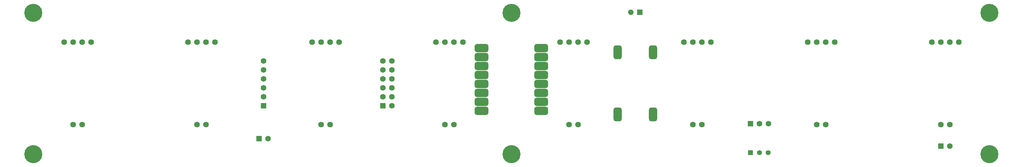
<source format=gts>
G04*
G04 #@! TF.GenerationSoftware,Altium Limited,Altium Designer,22.0.2 (36)*
G04*
G04 Layer_Color=8388736*
%FSLAX25Y25*%
%MOIN*%
G70*
G04*
G04 #@! TF.SameCoordinates,9B93A529-F559-49E1-94B7-FA4AAFEA3FC9*
G04*
G04*
G04 #@! TF.FilePolarity,Negative*
G04*
G01*
G75*
%ADD11R,0.06102X0.06102*%
%ADD12C,0.06102*%
%ADD13C,0.06400*%
%ADD14C,0.20085*%
%ADD15R,0.06306X0.06306*%
%ADD16C,0.06306*%
%ADD17R,0.06306X0.06306*%
G04:AMPARAMS|DCode=18|XSize=153.61mil|YSize=90.61mil|CornerRadius=23.65mil|HoleSize=0mil|Usage=FLASHONLY|Rotation=90.000|XOffset=0mil|YOffset=0mil|HoleType=Round|Shape=RoundedRectangle|*
%AMROUNDEDRECTD18*
21,1,0.15361,0.04331,0,0,90.0*
21,1,0.10630,0.09061,0,0,90.0*
1,1,0.04731,0.02165,0.05315*
1,1,0.04731,0.02165,-0.05315*
1,1,0.04731,-0.02165,-0.05315*
1,1,0.04731,-0.02165,0.05315*
%
%ADD18ROUNDEDRECTD18*%
%ADD19C,0.05512*%
%ADD20R,0.05512X0.05512*%
G04:AMPARAMS|DCode=21|XSize=153.61mil|YSize=90.61mil|CornerRadius=23.65mil|HoleSize=0mil|Usage=FLASHONLY|Rotation=180.000|XOffset=0mil|YOffset=0mil|HoleType=Round|Shape=RoundedRectangle|*
%AMROUNDEDRECTD21*
21,1,0.15361,0.04331,0,0,180.0*
21,1,0.10630,0.09061,0,0,180.0*
1,1,0.04731,-0.05315,0.02165*
1,1,0.04731,0.05315,0.02165*
1,1,0.04731,0.05315,-0.02165*
1,1,0.04731,-0.05315,-0.02165*
%
%ADD21ROUNDEDRECTD21*%
D11*
X142717Y79567D02*
D03*
D12*
X132874D02*
D03*
D13*
X221693Y46000D02*
D03*
X211693D02*
D03*
X191693D02*
D03*
X201693D02*
D03*
X211693Y-46000D02*
D03*
X201693D02*
D03*
X-487284D02*
D03*
X-477283D02*
D03*
X-487284Y46000D02*
D03*
X-497284D02*
D03*
X-477283D02*
D03*
X-467283D02*
D03*
X-329488D02*
D03*
X-339488D02*
D03*
X-359488D02*
D03*
X-349488D02*
D03*
X-339488Y-46000D02*
D03*
X-349488D02*
D03*
X-211693D02*
D03*
X-201693D02*
D03*
X-211693Y46000D02*
D03*
X-221693D02*
D03*
X-201693D02*
D03*
X-191693D02*
D03*
X-53898D02*
D03*
X-63898D02*
D03*
X-83898D02*
D03*
X-73898D02*
D03*
X-63898Y-46000D02*
D03*
X-73898D02*
D03*
X63898D02*
D03*
X73898D02*
D03*
X63898Y46000D02*
D03*
X53898D02*
D03*
X73898D02*
D03*
X83898D02*
D03*
X339488Y-46000D02*
D03*
X349488D02*
D03*
X339488Y46000D02*
D03*
X329488D02*
D03*
X349488D02*
D03*
X359488D02*
D03*
X497284D02*
D03*
X487284D02*
D03*
X467283D02*
D03*
X477283D02*
D03*
X487284Y-46000D02*
D03*
X477283D02*
D03*
D14*
X-531496Y-78740D02*
D03*
Y78740D02*
D03*
X531496D02*
D03*
Y-78740D02*
D03*
X0Y78740D02*
D03*
Y-78740D02*
D03*
D15*
X477283Y-70000D02*
D03*
X-280591Y-61500D02*
D03*
X265591Y-45000D02*
D03*
D16*
X487284Y-70000D02*
D03*
X-132795Y25000D02*
D03*
X-142795Y25000D02*
D03*
X-132795Y15000D02*
D03*
X-142795Y15000D02*
D03*
X-132795Y5000D02*
D03*
X-142795Y5000D02*
D03*
X-132795Y-5000D02*
D03*
X-142795D02*
D03*
X-132795Y-15000D02*
D03*
X-142795Y-15000D02*
D03*
X-132795Y-25000D02*
D03*
X-270591Y-61500D02*
D03*
X275591Y-45000D02*
D03*
X285591D02*
D03*
X-275590Y-15000D02*
D03*
Y-5000D02*
D03*
Y5000D02*
D03*
Y15000D02*
D03*
Y25000D02*
D03*
D17*
X-142795Y-25000D02*
D03*
X-275590D02*
D03*
D18*
X118110Y-34646D02*
D03*
X157480D02*
D03*
X118110Y34646D02*
D03*
X157480D02*
D03*
D19*
X285433Y-77067D02*
D03*
X275590D02*
D03*
D20*
X265748D02*
D03*
D21*
X33150Y-30500D02*
D03*
Y39500D02*
D03*
Y29500D02*
D03*
Y19500D02*
D03*
Y9500D02*
D03*
Y-500D02*
D03*
Y-10500D02*
D03*
Y-20500D02*
D03*
X-33150Y-30500D02*
D03*
Y-20500D02*
D03*
Y-10500D02*
D03*
Y-500D02*
D03*
Y9500D02*
D03*
Y19500D02*
D03*
Y29500D02*
D03*
Y39500D02*
D03*
M02*

</source>
